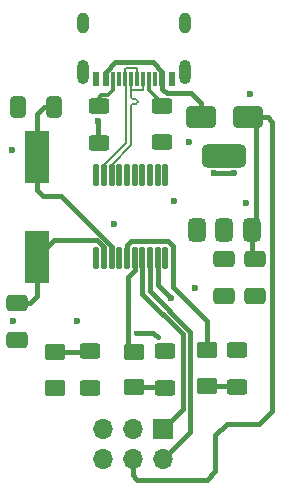
<source format=gbr>
%TF.GenerationSoftware,KiCad,Pcbnew,8.0.0*%
%TF.CreationDate,2026-01-12T19:07:33+05:30*%
%TF.ProjectId,PICKit_Clone_KiCAD,5049434b-6974-45f4-936c-6f6e655f4b69,1.0*%
%TF.SameCoordinates,Original*%
%TF.FileFunction,Copper,L1,Top*%
%TF.FilePolarity,Positive*%
%FSLAX46Y46*%
G04 Gerber Fmt 4.6, Leading zero omitted, Abs format (unit mm)*
G04 Created by KiCad (PCBNEW 8.0.0) date 2026-01-12 19:07:33*
%MOMM*%
%LPD*%
G01*
G04 APERTURE LIST*
G04 Aperture macros list*
%AMRoundRect*
0 Rectangle with rounded corners*
0 $1 Rounding radius*
0 $2 $3 $4 $5 $6 $7 $8 $9 X,Y pos of 4 corners*
0 Add a 4 corners polygon primitive as box body*
4,1,4,$2,$3,$4,$5,$6,$7,$8,$9,$2,$3,0*
0 Add four circle primitives for the rounded corners*
1,1,$1+$1,$2,$3*
1,1,$1+$1,$4,$5*
1,1,$1+$1,$6,$7*
1,1,$1+$1,$8,$9*
0 Add four rect primitives between the rounded corners*
20,1,$1+$1,$2,$3,$4,$5,0*
20,1,$1+$1,$4,$5,$6,$7,0*
20,1,$1+$1,$6,$7,$8,$9,0*
20,1,$1+$1,$8,$9,$2,$3,0*%
G04 Aperture macros list end*
%TA.AperFunction,SMDPad,CuDef*%
%ADD10RoundRect,0.250000X-0.412500X-0.650000X0.412500X-0.650000X0.412500X0.650000X-0.412500X0.650000X0*%
%TD*%
%TA.AperFunction,SMDPad,CuDef*%
%ADD11RoundRect,0.250001X0.624999X-0.462499X0.624999X0.462499X-0.624999X0.462499X-0.624999X-0.462499X0*%
%TD*%
%TA.AperFunction,SMDPad,CuDef*%
%ADD12R,2.000000X4.500000*%
%TD*%
%TA.AperFunction,SMDPad,CuDef*%
%ADD13RoundRect,0.250000X1.000000X0.650000X-1.000000X0.650000X-1.000000X-0.650000X1.000000X-0.650000X0*%
%TD*%
%TA.AperFunction,SMDPad,CuDef*%
%ADD14RoundRect,0.250000X0.625000X-0.400000X0.625000X0.400000X-0.625000X0.400000X-0.625000X-0.400000X0*%
%TD*%
%TA.AperFunction,SMDPad,CuDef*%
%ADD15RoundRect,0.125000X0.125000X-0.825000X0.125000X0.825000X-0.125000X0.825000X-0.125000X-0.825000X0*%
%TD*%
%TA.AperFunction,SMDPad,CuDef*%
%ADD16RoundRect,0.250000X-0.650000X0.412500X-0.650000X-0.412500X0.650000X-0.412500X0.650000X0.412500X0*%
%TD*%
%TA.AperFunction,SMDPad,CuDef*%
%ADD17RoundRect,0.250000X-0.625000X0.400000X-0.625000X-0.400000X0.625000X-0.400000X0.625000X0.400000X0*%
%TD*%
%TA.AperFunction,SMDPad,CuDef*%
%ADD18RoundRect,0.375000X0.375000X-0.625000X0.375000X0.625000X-0.375000X0.625000X-0.375000X-0.625000X0*%
%TD*%
%TA.AperFunction,SMDPad,CuDef*%
%ADD19RoundRect,0.500000X1.400000X-0.500000X1.400000X0.500000X-1.400000X0.500000X-1.400000X-0.500000X0*%
%TD*%
%TA.AperFunction,SMDPad,CuDef*%
%ADD20R,0.600000X1.240000*%
%TD*%
%TA.AperFunction,SMDPad,CuDef*%
%ADD21R,0.300000X1.240000*%
%TD*%
%TA.AperFunction,ComponentPad*%
%ADD22O,1.000000X1.800000*%
%TD*%
%TA.AperFunction,ComponentPad*%
%ADD23O,1.000000X2.100000*%
%TD*%
%TA.AperFunction,ComponentPad*%
%ADD24R,1.700000X1.700000*%
%TD*%
%TA.AperFunction,ComponentPad*%
%ADD25O,1.700000X1.700000*%
%TD*%
%TA.AperFunction,SMDPad,CuDef*%
%ADD26RoundRect,0.250001X-0.624999X0.462499X-0.624999X-0.462499X0.624999X-0.462499X0.624999X0.462499X0*%
%TD*%
%TA.AperFunction,SMDPad,CuDef*%
%ADD27RoundRect,0.250000X0.650000X-0.412500X0.650000X0.412500X-0.650000X0.412500X-0.650000X-0.412500X0*%
%TD*%
%TA.AperFunction,ViaPad*%
%ADD28C,0.600000*%
%TD*%
%TA.AperFunction,ViaPad*%
%ADD29C,0.400000*%
%TD*%
%TA.AperFunction,Conductor*%
%ADD30C,0.400000*%
%TD*%
%TA.AperFunction,Conductor*%
%ADD31C,0.300000*%
%TD*%
%TA.AperFunction,Conductor*%
%ADD32C,0.200000*%
%TD*%
G04 APERTURE END LIST*
D10*
%TO.P,C6,1*%
%TO.N,GND*%
X136127500Y-78580000D03*
%TO.P,C6,2*%
%TO.N,Net-(U1-RA4{slash}IOCA3{slash}AN3{slash}OSC2{slash}CLKOUT)*%
X139252500Y-78580000D03*
%TD*%
D11*
%TO.P,D2,1,K*%
%TO.N,Net-(D2-K)*%
X152189999Y-102157500D03*
%TO.P,D2,2,A*%
%TO.N,/STBY*%
X152190001Y-99182500D03*
%TD*%
D12*
%TO.P,Y1,1,1*%
%TO.N,Net-(U1-RA5{slash}IOCA5{slash}OSC1{slash}CLKIN)*%
X137780000Y-91280000D03*
%TO.P,Y1,2,2*%
%TO.N,Net-(U1-RA4{slash}IOCA3{slash}AN3{slash}OSC2{slash}CLKOUT)*%
X137780000Y-82780000D03*
%TD*%
D13*
%TO.P,D5,1,K*%
%TO.N,/VIN*%
X155651050Y-79425584D03*
%TO.P,D5,2,A*%
%TO.N,/VBUS*%
X151651050Y-79425584D03*
%TD*%
D14*
%TO.P,R7,1*%
%TO.N,Net-(D2-K)*%
X154670000Y-102250000D03*
%TO.P,R7,2*%
%TO.N,GND*%
X154670000Y-99150000D03*
%TD*%
%TO.P,R8,1*%
%TO.N,Net-(D3-K)*%
X148600000Y-102320000D03*
%TO.P,R8,2*%
%TO.N,GND*%
X148600000Y-99220000D03*
%TD*%
D15*
%TO.P,U1,1,VDD*%
%TO.N,/5V*%
X142795001Y-91360000D03*
%TO.P,U1,2,RA5/IOCA5/OSC1/CLKIN*%
%TO.N,Net-(U1-RA5{slash}IOCA5{slash}OSC1{slash}CLKIN)*%
X143445000Y-91360000D03*
%TO.P,U1,3,RA4/IOCA3/AN3/OSC2/CLKOUT*%
%TO.N,Net-(U1-RA4{slash}IOCA3{slash}AN3{slash}OSC2{slash}CLKOUT)*%
X144094999Y-91360001D03*
%TO.P,U1,4,RA3/IOCA3/~{MCLR}/Vpp*%
%TO.N,unconnected-(U1-RA3{slash}IOCA3{slash}~{MCLR}{slash}Vpp-Pad4)*%
X144744999Y-91359999D03*
%TO.P,U1,5,T0CKI/CCP1/P1A/RC5*%
%TO.N,/STBY*%
X145395000Y-91360000D03*
%TO.P,U1,6,SRQ/C12OUT/P1B/RC4*%
%TO.N,/PGRM*%
X146045000Y-91360000D03*
%TO.P,U1,7,PGM/C12IN3-/P1C/AN7/RC3*%
%TO.N,/PGD*%
X146694999Y-91359999D03*
%TO.P,U1,8,T1OSCI/T13CKI/SS/AN8/RC6*%
%TO.N,/PGC*%
X147345000Y-91360000D03*
%TO.P,U1,9,T1OSCO/SDO/AN9/RC7*%
%TO.N,/MCLR_SIG*%
X147995000Y-91360000D03*
%TO.P,U1,10,RB7/IOCB7/TX/CK*%
%TO.N,unconnected-(U1-RB7{slash}IOCB7{slash}TX{slash}CK-Pad10)*%
X148645001Y-91360001D03*
%TO.P,U1,11,RB6/IOCB6/SCK/SCL*%
%TO.N,unconnected-(U1-RB6{slash}IOCB6{slash}SCK{slash}SCL-Pad11)*%
X148644999Y-84360000D03*
%TO.P,U1,12,RB5/IOCB5/AN11/RX/DT*%
%TO.N,unconnected-(U1-RB5{slash}IOCB5{slash}AN11{slash}RX{slash}DT-Pad12)*%
X147995000Y-84360000D03*
%TO.P,U1,13,RB4/IOCB4/AN10/SDI/SDA*%
%TO.N,unconnected-(U1-RB4{slash}IOCB4{slash}AN10{slash}SDI{slash}SDA-Pad13)*%
X147345001Y-84359999D03*
%TO.P,U1,14,INT2/CVRef/C12IN2-/P1D/AN6/RC2*%
%TO.N,unconnected-(U1-INT2{slash}CVRef{slash}C12IN2-{slash}P1D{slash}AN6{slash}RC2-Pad14)*%
X146695001Y-84360001D03*
%TO.P,U1,15,INT1/C12IN1-/VREF-AN5/RC1*%
%TO.N,unconnected-(U1-INT1{slash}C12IN1-{slash}VREF-AN5{slash}RC1-Pad15)*%
X146045000Y-84360000D03*
%TO.P,U1,16,INT0/C12IN+/VREF+/AN4/RC0*%
%TO.N,unconnected-(U1-INT0{slash}C12IN+{slash}VREF+{slash}AN4{slash}RC0-Pad16)*%
X145395000Y-84360000D03*
%TO.P,U1,17,VUSB*%
%TO.N,/5V*%
X144745001Y-84360001D03*
%TO.P,U1,18,RA1/IOCA1/D-/PGC*%
%TO.N,/USB_DN*%
X144095000Y-84360000D03*
%TO.P,U1,19,RA0/IOCA0/D+/PGD*%
%TO.N,/USB_DP*%
X143445000Y-84360000D03*
%TO.P,U1,20,VSS*%
%TO.N,GND*%
X142794999Y-84359999D03*
%TD*%
D14*
%TO.P,R15,1*%
%TO.N,GND*%
X148400000Y-81570000D03*
%TO.P,R15,2*%
%TO.N,Net-(J1-CC1)*%
X148400000Y-78470000D03*
%TD*%
D16*
%TO.P,C4,1*%
%TO.N,/VIN*%
X156230003Y-91417498D03*
%TO.P,C4,2*%
%TO.N,GND*%
X156229997Y-94542502D03*
%TD*%
D17*
%TO.P,R6,1*%
%TO.N,Net-(D1-K)*%
X142240000Y-99262499D03*
%TO.P,R6,2*%
%TO.N,GND*%
X142240000Y-102362499D03*
%TD*%
D18*
%TO.P,U3,1,GND*%
%TO.N,GND*%
X151340000Y-88989999D03*
%TO.P,U3,2,VO*%
%TO.N,/5V*%
X153640000Y-88990000D03*
D19*
X153640000Y-82690000D03*
D18*
%TO.P,U3,3,VI*%
%TO.N,/VIN*%
X155939998Y-88990001D03*
%TD*%
D20*
%TO.P,J1,A1,GND*%
%TO.N,GND*%
X149200000Y-76225000D03*
%TO.P,J1,A4,VBUS*%
%TO.N,/VBUS*%
X148399998Y-76225000D03*
D21*
%TO.P,J1,A5,CC1*%
%TO.N,Net-(J1-CC1)*%
X147250001Y-76225002D03*
%TO.P,J1,A6,D+*%
%TO.N,/USB_DP*%
X146249998Y-76224998D03*
%TO.P,J1,A7,D-*%
%TO.N,/USB_DN*%
X145750000Y-76224998D03*
%TO.P,J1,A8,SBU1*%
%TO.N,unconnected-(J1-SBU1-PadA8)*%
X144750002Y-76225000D03*
D20*
%TO.P,J1,A9,VBUS*%
%TO.N,/VBUS*%
X143600002Y-76225000D03*
%TO.P,J1,A12,GND*%
%TO.N,GND*%
X142800000Y-76225000D03*
%TO.P,J1,B1,GND*%
X142800000Y-76225000D03*
%TO.P,J1,B4,VBUS*%
%TO.N,/VBUS*%
X143600002Y-76225000D03*
D21*
%TO.P,J1,B5,CC2*%
%TO.N,Net-(J1-CC2)*%
X144249998Y-76225001D03*
%TO.P,J1,B6,D+*%
%TO.N,/USB_DP*%
X145250000Y-76225000D03*
%TO.P,J1,B7,D-*%
%TO.N,/USB_DN*%
X146750002Y-76225001D03*
%TO.P,J1,B8,SBU2*%
%TO.N,unconnected-(J1-SBU2-PadB8)*%
X147750001Y-76224999D03*
D20*
%TO.P,J1,B9,VBUS*%
%TO.N,/VBUS*%
X148399998Y-76225000D03*
%TO.P,J1,B12,GND*%
%TO.N,GND*%
X149200000Y-76225000D03*
D22*
%TO.P,J1,S1,SHIELD*%
X150320001Y-71425000D03*
D23*
X150320000Y-75625000D03*
X141680000Y-75625000D03*
D22*
X141680000Y-71425000D03*
%TD*%
D14*
%TO.P,R14,1*%
%TO.N,GND*%
X142990000Y-81600000D03*
%TO.P,R14,2*%
%TO.N,Net-(J1-CC2)*%
X142990000Y-78500000D03*
%TD*%
D24*
%TO.P,J2,1,Pin_1*%
%TO.N,/PGD*%
X148425000Y-105855000D03*
D25*
%TO.P,J2,2,Pin_2*%
%TO.N,/PGC*%
X148424997Y-108395002D03*
%TO.P,J2,3,Pin_3*%
%TO.N,/MCLR*%
X145884998Y-105854997D03*
%TO.P,J2,4,Pin_4*%
%TO.N,/VIN*%
X145885000Y-108395000D03*
%TO.P,J2,5,Pin_5*%
%TO.N,GND*%
X143345000Y-105855000D03*
%TO.P,J2,6,Pin_6*%
%TO.N,/5V*%
X143345000Y-108395001D03*
%TD*%
D11*
%TO.P,D3,1,K*%
%TO.N,Net-(D3-K)*%
X146019999Y-102247500D03*
%TO.P,D3,2,A*%
%TO.N,/PGRM*%
X146020001Y-99272500D03*
%TD*%
D26*
%TO.P,D1,1,K*%
%TO.N,Net-(D1-K)*%
X139310000Y-99347499D03*
%TO.P,D1,2,A*%
%TO.N,/5V*%
X139310002Y-102322499D03*
%TD*%
D16*
%TO.P,C5,1*%
%TO.N,/5V*%
X153620000Y-91420000D03*
%TO.P,C5,2*%
%TO.N,GND*%
X153620002Y-94545002D03*
%TD*%
D27*
%TO.P,C7,1*%
%TO.N,GND*%
X136109999Y-98282501D03*
%TO.P,C7,2*%
%TO.N,Net-(U1-RA5{slash}IOCA5{slash}OSC1{slash}CLKIN)*%
X136110001Y-95157499D03*
%TD*%
D28*
%TO.N,GND*%
X148600000Y-99220000D03*
X136170000Y-78610000D03*
X136110000Y-98250000D03*
X142250000Y-102340000D03*
X154670000Y-99150000D03*
X153590000Y-94540000D03*
X142800000Y-76180000D03*
X142900000Y-79780000D03*
X155830000Y-77500000D03*
X148110000Y-81520000D03*
X151340000Y-88989999D03*
X150660000Y-81520000D03*
X135630000Y-82170000D03*
X151170000Y-93910000D03*
D29*
X142794999Y-84359999D03*
D28*
X156230000Y-94530000D03*
X149200000Y-76210000D03*
X144300000Y-88490000D03*
X135750000Y-96670000D03*
%TO.N,/MCLR_SIG*%
X149090000Y-94720000D03*
%TO.N,/5V*%
X139320000Y-102260000D03*
X154360000Y-82710000D03*
X155510000Y-86700000D03*
X149390000Y-86560000D03*
D29*
X144740000Y-84370000D03*
D28*
X153620000Y-91420000D03*
X153640000Y-88990000D03*
D29*
X142795001Y-91360000D03*
D28*
X141150000Y-96670000D03*
%TO.N,/12V*%
X152760000Y-84200000D03*
X154460000Y-84190000D03*
D29*
%TO.N,Net-(Q2-G)*%
X146190000Y-97670000D03*
X147990000Y-98030000D03*
%TD*%
D30*
%TO.N,GND*%
X142900000Y-79780000D02*
X142900000Y-81510000D01*
X142900000Y-81510000D02*
X142990000Y-81600000D01*
%TO.N,/MCLR_SIG*%
X147995000Y-93625000D02*
X149090000Y-94720000D01*
X147995000Y-91360000D02*
X147995000Y-93625000D01*
%TO.N,Net-(D3-K)*%
X148527500Y-102247500D02*
X148600000Y-102320000D01*
X146019999Y-102247500D02*
X148527500Y-102247500D01*
%TO.N,Net-(D2-K)*%
X152189999Y-102157500D02*
X154577500Y-102157500D01*
X154577500Y-102157500D02*
X154670000Y-102250000D01*
%TO.N,Net-(D1-K)*%
X142155000Y-99347499D02*
X142240000Y-99262499D01*
X139310000Y-99347499D02*
X142155000Y-99347499D01*
%TO.N,/12V*%
X154450000Y-84200000D02*
X154460000Y-84190000D01*
X152760000Y-84200000D02*
X154450000Y-84200000D01*
%TO.N,Net-(Q2-G)*%
X147630000Y-97670000D02*
X147990000Y-98030000D01*
X146190000Y-97670000D02*
X147630000Y-97670000D01*
D31*
%TO.N,Net-(J1-CC2)*%
X143785002Y-77560000D02*
X143220000Y-77560000D01*
X142990000Y-78500000D02*
X142990000Y-77790000D01*
X142990000Y-77790000D02*
X143220000Y-77560000D01*
X144249998Y-77095004D02*
X143785002Y-77560000D01*
X144249998Y-76225001D02*
X144249998Y-77095004D01*
%TO.N,Net-(J1-CC1)*%
X147250001Y-76225002D02*
X147250001Y-77094999D01*
X148400000Y-78244998D02*
X148400000Y-78470000D01*
X147250001Y-77094999D02*
X148400000Y-78244998D01*
D30*
%TO.N,/VIN*%
X145885000Y-109745000D02*
X146280000Y-110140000D01*
X157315584Y-79425584D02*
X155651050Y-79425584D01*
X152880000Y-106360000D02*
X153840000Y-105400000D01*
X157710000Y-79820000D02*
X157315584Y-79425584D01*
X156280000Y-80054534D02*
X156280000Y-88649999D01*
X153840000Y-105400000D02*
X156580000Y-105400000D01*
X155651050Y-79425584D02*
X156280000Y-80054534D01*
X156580000Y-105400000D02*
X157710000Y-104270000D01*
X152170000Y-110140000D02*
X152880000Y-109430000D01*
X145885000Y-108395000D02*
X145885000Y-109745000D01*
X157710000Y-104270000D02*
X157710000Y-79820000D01*
X155939998Y-91127493D02*
X156230003Y-91417498D01*
X156280000Y-88649999D02*
X155939998Y-88990001D01*
X146280000Y-110140000D02*
X152170000Y-110140000D01*
X152880000Y-109430000D02*
X152880000Y-106360000D01*
X155939998Y-88990001D02*
X155939998Y-91127493D01*
%TO.N,/PGD*%
X146694999Y-91359999D02*
X146694999Y-94384999D01*
X150140000Y-97830000D02*
X150140000Y-104140000D01*
X146694999Y-94384999D02*
X150140000Y-97830000D01*
X150140000Y-104140000D02*
X148425000Y-105855000D01*
D32*
%TO.N,/USB_DN*%
X145725000Y-77280000D02*
X145725000Y-77720000D01*
X145725000Y-76249998D02*
X145725000Y-77280000D01*
X146285000Y-78040000D02*
X146285000Y-78120000D01*
X146750002Y-76225001D02*
X146750002Y-77094994D01*
X146750002Y-77094994D02*
X146699998Y-77144998D01*
X145750000Y-76224998D02*
X145725000Y-76249998D01*
X146125000Y-78280000D02*
X145885000Y-78280000D01*
X145885000Y-77880000D02*
X146125000Y-77880000D01*
X145725000Y-81825496D02*
X144095000Y-83455496D01*
X144095000Y-83455496D02*
X144095000Y-84360000D01*
X145725000Y-79290000D02*
X145725000Y-81825496D01*
X146699998Y-77144998D02*
X145860002Y-77144998D01*
X145725000Y-78440000D02*
X145725000Y-78520000D01*
X145725000Y-78520000D02*
X145725000Y-79290000D01*
X145860002Y-77144998D02*
X145725000Y-77280000D01*
X146285000Y-78120000D02*
G75*
G02*
X146125000Y-78280000I-160000J0D01*
G01*
X145885000Y-78280000D02*
G75*
G03*
X145725000Y-78440000I0J-160000D01*
G01*
X146125000Y-77880000D02*
G75*
G02*
X146285000Y-78040000I0J-160000D01*
G01*
X145725000Y-77720000D02*
G75*
G03*
X145885000Y-77880000I160000J0D01*
G01*
D30*
%TO.N,Net-(U1-RA5{slash}IOCA5{slash}OSC1{slash}CLKIN)*%
X137780000Y-94540000D02*
X137162501Y-95157499D01*
X142870000Y-89820000D02*
X139240000Y-89820000D01*
X139240000Y-89820000D02*
X137780000Y-91280000D01*
X143445000Y-91360000D02*
X143445000Y-90395000D01*
X143445000Y-90395000D02*
X142870000Y-89820000D01*
X137780000Y-91280000D02*
X137780000Y-94540000D01*
X137162501Y-95157499D02*
X136110001Y-95157499D01*
%TO.N,/STBY*%
X148890000Y-89880000D02*
X149330000Y-90320000D01*
X145750000Y-89880000D02*
X148890000Y-89880000D01*
X149330000Y-90320000D02*
X149330000Y-93790000D01*
X145395000Y-90235000D02*
X145750000Y-89880000D01*
X152190001Y-96650001D02*
X152190001Y-99182500D01*
X149330000Y-93790000D02*
X152190001Y-96650001D01*
X145395000Y-91360000D02*
X145395000Y-90235000D01*
%TO.N,/PGC*%
X147345000Y-94186472D02*
X150740000Y-97581472D01*
X150740000Y-106079999D02*
X148424997Y-108395002D01*
X147345000Y-91360000D02*
X147345000Y-94186472D01*
X150740000Y-97581472D02*
X150740000Y-106079999D01*
%TO.N,Net-(U1-RA4{slash}IOCA3{slash}AN3{slash}OSC2{slash}CLKOUT)*%
X144094999Y-91360001D02*
X144094999Y-90410002D01*
X144094999Y-90410002D02*
X139774997Y-86090000D01*
X137780000Y-79150000D02*
X137780000Y-82780000D01*
X139774997Y-86090000D02*
X138290000Y-86090000D01*
X139252500Y-78580000D02*
X138350000Y-78580000D01*
X138350000Y-78580000D02*
X137780000Y-79150000D01*
X137780000Y-85580000D02*
X138290000Y-86090000D01*
X137780000Y-82780000D02*
X137780000Y-85580000D01*
%TO.N,/PGRM*%
X145460000Y-92990926D02*
X145460000Y-98712499D01*
X145460000Y-98712499D02*
X146020001Y-99272500D01*
X146045000Y-92405926D02*
X145460000Y-92990926D01*
X146045000Y-91360000D02*
X146045000Y-92405926D01*
D32*
%TO.N,/USB_DP*%
X145250000Y-76225000D02*
X145250000Y-75354998D01*
X146249998Y-75354996D02*
X146249998Y-76224998D01*
X146200000Y-75304998D02*
X146249998Y-75354996D01*
X145250000Y-76225000D02*
X145274998Y-76249998D01*
X145274998Y-76249998D02*
X145274998Y-81625496D01*
X145250000Y-75354998D02*
X145300000Y-75304998D01*
X143445000Y-83455494D02*
X143445000Y-84360000D01*
X145300000Y-75304998D02*
X146200000Y-75304998D01*
X145274998Y-81625496D02*
X143445000Y-83455494D01*
D30*
%TO.N,/VBUS*%
X148399998Y-77039998D02*
X148760000Y-77400000D01*
X148760000Y-77400000D02*
X150780000Y-77400000D01*
X148399998Y-76225000D02*
X148399998Y-77039998D01*
X151651050Y-78271050D02*
X151651050Y-79425584D01*
X144380000Y-74790000D02*
X143600002Y-75569998D01*
X147610000Y-74790000D02*
X144380000Y-74790000D01*
X148399998Y-76225000D02*
X148399998Y-75579998D01*
X143600002Y-76225000D02*
X143600002Y-75569998D01*
X150780000Y-77400000D02*
X151651050Y-78271050D01*
X148399998Y-75579998D02*
X147610000Y-74790000D01*
%TD*%
M02*

</source>
